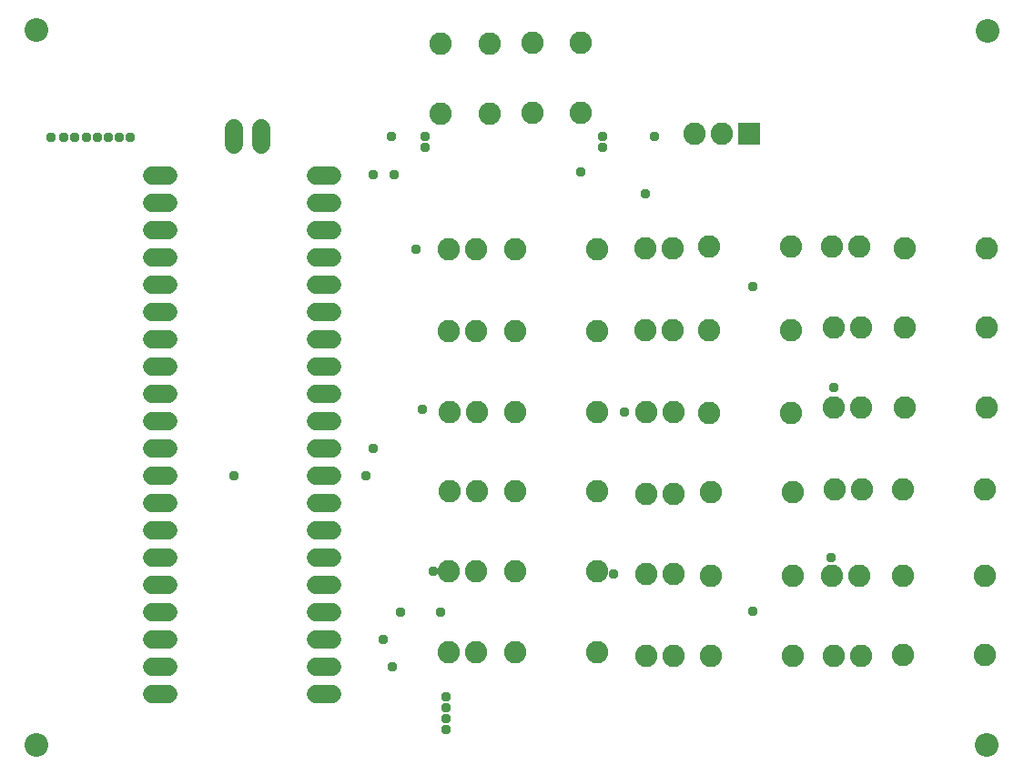
<source format=gbr>
G04 EAGLE Gerber RS-274X export*
G75*
%MOMM*%
%FSLAX34Y34*%
%LPD*%
%INSoldermask Top*%
%IPPOS*%
%AMOC8*
5,1,8,0,0,1.08239X$1,22.5*%
G01*
%ADD10C,2.203200*%
%ADD11R,2.082800X2.082800*%
%ADD12C,2.082800*%
%ADD13C,1.727200*%
%ADD14C,0.959600*%


D10*
X20320Y685800D03*
X905510Y684530D03*
X20320Y20320D03*
X904240Y20320D03*
D11*
X683260Y589430D03*
D12*
X657860Y589430D03*
X632460Y589430D03*
X481584Y608838D03*
X481584Y673862D03*
X526796Y608838D03*
X526796Y673862D03*
D13*
X143510Y549910D02*
X128270Y549910D01*
X128270Y524510D02*
X143510Y524510D01*
X143510Y499110D02*
X128270Y499110D01*
X128270Y473710D02*
X143510Y473710D01*
X143510Y448310D02*
X128270Y448310D01*
X128270Y422910D02*
X143510Y422910D01*
X143510Y397510D02*
X128270Y397510D01*
X128270Y372110D02*
X143510Y372110D01*
X143510Y346710D02*
X128270Y346710D01*
X128270Y321310D02*
X143510Y321310D01*
X143510Y295910D02*
X128270Y295910D01*
X128270Y270510D02*
X143510Y270510D01*
X143510Y245110D02*
X128270Y245110D01*
X128270Y219710D02*
X143510Y219710D01*
X143510Y194310D02*
X128270Y194310D01*
X128270Y168910D02*
X143510Y168910D01*
X143510Y143510D02*
X128270Y143510D01*
X128270Y118110D02*
X143510Y118110D01*
X143510Y92710D02*
X128270Y92710D01*
X128270Y67310D02*
X143510Y67310D01*
D12*
X403860Y106680D03*
X429260Y106680D03*
X405130Y256540D03*
X430530Y256540D03*
X403860Y405130D03*
X429260Y405130D03*
X588010Y102870D03*
X613410Y102870D03*
X588010Y254000D03*
X613410Y254000D03*
X586740Y406400D03*
X612140Y406400D03*
X762000Y102870D03*
X787400Y102870D03*
X763270Y257810D03*
X788670Y257810D03*
X762000Y408940D03*
X787400Y408940D03*
X403860Y181610D03*
X429260Y181610D03*
X405130Y330200D03*
X430530Y330200D03*
X403860Y481330D03*
X429260Y481330D03*
X588010Y179070D03*
X613410Y179070D03*
X588010Y330200D03*
X613410Y330200D03*
X586740Y482600D03*
X612140Y482600D03*
X760730Y177800D03*
X786130Y177800D03*
X762000Y334010D03*
X787400Y334010D03*
X760730Y483870D03*
X786130Y483870D03*
D13*
X204470Y579120D02*
X204470Y594360D01*
X229870Y594360D02*
X229870Y579120D01*
X280670Y67310D02*
X295910Y67310D01*
X295910Y92710D02*
X280670Y92710D01*
X280670Y118110D02*
X295910Y118110D01*
X295910Y143510D02*
X280670Y143510D01*
X280670Y168910D02*
X295910Y168910D01*
X295910Y194310D02*
X280670Y194310D01*
X280670Y219710D02*
X295910Y219710D01*
X295910Y245110D02*
X280670Y245110D01*
X280670Y270510D02*
X295910Y270510D01*
X295910Y295910D02*
X280670Y295910D01*
X280670Y321310D02*
X295910Y321310D01*
X295910Y346710D02*
X280670Y346710D01*
X280670Y372110D02*
X295910Y372110D01*
X295910Y397510D02*
X280670Y397510D01*
X280670Y422910D02*
X295910Y422910D01*
X295910Y448310D02*
X280670Y448310D01*
X280670Y473710D02*
X295910Y473710D01*
X295910Y499110D02*
X280670Y499110D01*
X280670Y524510D02*
X295910Y524510D01*
X295910Y549910D02*
X280670Y549910D01*
D12*
X396494Y607568D03*
X396494Y672592D03*
X441706Y607568D03*
X441706Y672592D03*
X828040Y408940D03*
X904240Y408940D03*
X904240Y482600D03*
X828040Y482600D03*
X826770Y257810D03*
X902970Y257810D03*
X542290Y181610D03*
X466090Y181610D03*
X542290Y330200D03*
X466090Y330200D03*
X826770Y104140D03*
X902970Y104140D03*
X646430Y406400D03*
X722630Y406400D03*
X542290Y481330D03*
X466090Y481330D03*
X723900Y177800D03*
X647700Y177800D03*
X722630Y328930D03*
X646430Y328930D03*
X647700Y102870D03*
X723900Y102870D03*
X647700Y255270D03*
X723900Y255270D03*
X466090Y405130D03*
X542290Y405130D03*
X722630Y483870D03*
X646430Y483870D03*
X904240Y334010D03*
X828040Y334010D03*
X466090Y256540D03*
X542290Y256540D03*
X466090Y106680D03*
X542290Y106680D03*
X902970Y177800D03*
X826770Y177800D03*
D14*
X350520Y586740D03*
X382270Y586740D03*
X547370Y586740D03*
X595630Y586740D03*
X204470Y270510D03*
X527050Y553720D03*
X334010Y551180D03*
X353060Y551180D03*
X401320Y64770D03*
X351790Y92710D03*
X401320Y54610D03*
X342900Y118110D03*
X359410Y143510D03*
X396240Y143510D03*
X687070Y144780D03*
X687070Y447040D03*
X401320Y34290D03*
X326672Y270510D03*
X401320Y44450D03*
X334010Y295910D03*
X382270Y576580D03*
X547370Y576580D03*
X759460Y194310D03*
X34290Y585470D03*
X762000Y353060D03*
X45720Y585470D03*
X586740Y533400D03*
X55880Y585470D03*
X567690Y330200D03*
X67112Y585470D03*
X556994Y179070D03*
X77470Y585470D03*
X373380Y481330D03*
X87630Y585470D03*
X379730Y332740D03*
X97790Y585470D03*
X389890Y181610D03*
X107950Y585470D03*
M02*

</source>
